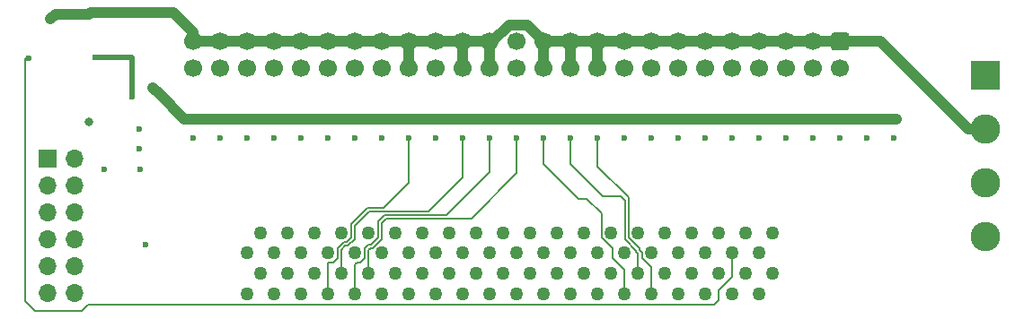
<source format=gbr>
%TF.GenerationSoftware,KiCad,Pcbnew,(5.1.7)-1*%
%TF.CreationDate,2021-02-10T19:53:02+00:00*%
%TF.ProjectId,SCSI to SCA MK5.1,53435349-2074-46f2-9053-4341204d4b35,rev?*%
%TF.SameCoordinates,Original*%
%TF.FileFunction,Copper,L3,Inr*%
%TF.FilePolarity,Positive*%
%FSLAX46Y46*%
G04 Gerber Fmt 4.6, Leading zero omitted, Abs format (unit mm)*
G04 Created by KiCad (PCBNEW (5.1.7)-1) date 2021-02-10 19:53:02*
%MOMM*%
%LPD*%
G01*
G04 APERTURE LIST*
%TA.AperFunction,ComponentPad*%
%ADD10O,1.700000X1.700000*%
%TD*%
%TA.AperFunction,ComponentPad*%
%ADD11R,1.700000X1.700000*%
%TD*%
%TA.AperFunction,ComponentPad*%
%ADD12C,1.700000*%
%TD*%
%TA.AperFunction,ComponentPad*%
%ADD13C,2.780000*%
%TD*%
%TA.AperFunction,ComponentPad*%
%ADD14R,2.780000X2.780000*%
%TD*%
%TA.AperFunction,ComponentPad*%
%ADD15C,1.270000*%
%TD*%
%TA.AperFunction,ViaPad*%
%ADD16C,0.800000*%
%TD*%
%TA.AperFunction,ViaPad*%
%ADD17C,0.600000*%
%TD*%
%TA.AperFunction,Conductor*%
%ADD18C,1.000000*%
%TD*%
%TA.AperFunction,Conductor*%
%ADD19C,0.500000*%
%TD*%
%TA.AperFunction,Conductor*%
%ADD20C,0.127000*%
%TD*%
G04 APERTURE END LIST*
D10*
%TO.N,GND*%
%TO.C,J2*%
X35179000Y-147637500D03*
%TO.N,/ID2*%
X32639000Y-147637500D03*
%TO.N,GND*%
X35179000Y-145097500D03*
%TO.N,/ID1*%
X32639000Y-145097500D03*
%TO.N,GND*%
X35179000Y-142557500D03*
%TO.N,/ID0*%
X32639000Y-142557500D03*
%TO.N,Net-(J2-Pad6)*%
X35179000Y-140017500D03*
%TO.N,/LED_T*%
X32639000Y-140017500D03*
%TO.N,/TERMPWR_8BIT*%
X35179000Y-137477500D03*
%TO.N,/TERMPWR_REG*%
X32639000Y-137477500D03*
%TO.N,/TERMPWR*%
X35179000Y-134937500D03*
D11*
%TO.N,Net-(F1-Pad2)*%
X32639000Y-134937500D03*
%TD*%
D12*
%TO.N,/I-O*%
%TO.C,J4*%
X46355000Y-126365000D03*
%TO.N,/REQ*%
X48895000Y-126365000D03*
%TO.N,/C-D*%
X51435000Y-126365000D03*
%TO.N,/SEL*%
X53975000Y-126365000D03*
%TO.N,/MSG*%
X56515000Y-126365000D03*
%TO.N,/RST*%
X59055000Y-126365000D03*
%TO.N,/ACK*%
X61595000Y-126365000D03*
%TO.N,/BSY*%
X64135000Y-126365000D03*
%TO.N,GND*%
X66675000Y-126365000D03*
%TO.N,/ATN*%
X69215000Y-126365000D03*
%TO.N,GND*%
X71755000Y-126365000D03*
X74295000Y-126365000D03*
%TO.N,Net-(J4-Pad26)*%
X76835000Y-126365000D03*
%TO.N,GND*%
X79375000Y-126365000D03*
X81915000Y-126365000D03*
X84455000Y-126365000D03*
%TO.N,/PARITY*%
X86995000Y-126365000D03*
%TO.N,/DB7*%
X89535000Y-126365000D03*
%TO.N,/DB6*%
X92075000Y-126365000D03*
%TO.N,/DB5*%
X94615000Y-126365000D03*
%TO.N,/DB4*%
X97155000Y-126365000D03*
%TO.N,/DB3*%
X99695000Y-126365000D03*
%TO.N,/DB2*%
X102235000Y-126365000D03*
%TO.N,/DB1*%
X104775000Y-126365000D03*
%TO.N,/DB0*%
X107315000Y-126365000D03*
%TO.N,GND*%
X46355000Y-123825000D03*
X48895000Y-123825000D03*
X51435000Y-123825000D03*
X53975000Y-123825000D03*
X56515000Y-123825000D03*
X59055000Y-123825000D03*
X61595000Y-123825000D03*
X64135000Y-123825000D03*
X66675000Y-123825000D03*
X69215000Y-123825000D03*
X71755000Y-123825000D03*
X74295000Y-123825000D03*
%TO.N,Net-(J4-Pad25)*%
X76835000Y-123825000D03*
%TO.N,GND*%
X79375000Y-123825000D03*
X81915000Y-123825000D03*
X84455000Y-123825000D03*
X86995000Y-123825000D03*
X89535000Y-123825000D03*
X92075000Y-123825000D03*
X94615000Y-123825000D03*
X97155000Y-123825000D03*
X99695000Y-123825000D03*
X102235000Y-123825000D03*
X104775000Y-123825000D03*
%TA.AperFunction,ComponentPad*%
G36*
G01*
X106715000Y-122975000D02*
X107915000Y-122975000D01*
G75*
G02*
X108165000Y-123225000I0J-250000D01*
G01*
X108165000Y-124425000D01*
G75*
G02*
X107915000Y-124675000I-250000J0D01*
G01*
X106715000Y-124675000D01*
G75*
G02*
X106465000Y-124425000I0J250000D01*
G01*
X106465000Y-123225000D01*
G75*
G02*
X106715000Y-122975000I250000J0D01*
G01*
G37*
%TD.AperFunction*%
%TD*%
D13*
%TO.N,+5V*%
%TO.C,J3*%
X121000000Y-142240000D03*
%TO.N,GND*%
X121000000Y-137160000D03*
X121000000Y-132080000D03*
D14*
%TO.N,+12V*%
X121000000Y-127000000D03*
%TD*%
D15*
%TO.N,GND*%
%TO.C,J1*%
X51435000Y-143823000D03*
X52705000Y-141913000D03*
X53975000Y-143823000D03*
X55245000Y-141913000D03*
%TO.N,Net-(J1-Pad45)*%
X56515000Y-143823000D03*
%TO.N,GND*%
X57785000Y-141913000D03*
X59055000Y-143823000D03*
X60325000Y-141913000D03*
X61595000Y-143823000D03*
X62865000Y-141913000D03*
X64135000Y-143823000D03*
X65405000Y-141913000D03*
X66675000Y-143823000D03*
X67945000Y-141913000D03*
X69215000Y-143823000D03*
X70485000Y-141913000D03*
X71755000Y-143823000D03*
X73025000Y-141913000D03*
X74295000Y-143823000D03*
X75565000Y-141913000D03*
X76835000Y-143823000D03*
X78105000Y-141913000D03*
X79375000Y-143823000D03*
X80645000Y-141913000D03*
X81915000Y-143823000D03*
X83185000Y-141913000D03*
X84455000Y-143823000D03*
X85725000Y-141913000D03*
X86995000Y-143823000D03*
X88265000Y-141913000D03*
X89535000Y-143823000D03*
X90805000Y-141913000D03*
X92075000Y-143823000D03*
X93345000Y-141913000D03*
X94615000Y-143823000D03*
X95885000Y-141913000D03*
%TO.N,/LED*%
X97155000Y-143823000D03*
%TO.N,Net-(J1-Pad78)*%
X98425000Y-141913000D03*
%TO.N,/ID1*%
X99695000Y-143823000D03*
%TO.N,Net-(J1-Pad80)*%
X100965000Y-141913000D03*
%TO.N,+12V*%
X51435000Y-147643000D03*
X52705000Y-145733000D03*
X53975000Y-147643000D03*
X55245000Y-145733000D03*
%TO.N,Net-(J1-Pad5)*%
X56515000Y-147643000D03*
%TO.N,Net-(J1-Pad6)*%
X57785000Y-145733000D03*
%TO.N,/DB11*%
X59055000Y-147643000D03*
%TO.N,/DB10*%
X60325000Y-145733000D03*
%TO.N,/DB9*%
X61595000Y-147643000D03*
%TO.N,/DB8*%
X62865000Y-145733000D03*
%TO.N,/I-O*%
X64135000Y-147643000D03*
%TO.N,/REQ*%
X65405000Y-145733000D03*
%TO.N,/C-D*%
X66675000Y-147643000D03*
%TO.N,/SEL*%
X67945000Y-145733000D03*
%TO.N,/MSG*%
X69215000Y-147643000D03*
%TO.N,/RST*%
X70485000Y-145733000D03*
%TO.N,/ACK*%
X71755000Y-147643000D03*
%TO.N,/BSY*%
X73025000Y-145733000D03*
%TO.N,/ATN*%
X74295000Y-147643000D03*
%TO.N,/PARITY*%
X75565000Y-145733000D03*
%TO.N,/DB7*%
X76835000Y-147643000D03*
%TO.N,/DB6*%
X78105000Y-145733000D03*
%TO.N,/DB5*%
X79375000Y-147643000D03*
%TO.N,/DB4*%
X80645000Y-145733000D03*
%TO.N,/DB3*%
X81915000Y-147643000D03*
%TO.N,/DB2*%
X83185000Y-145733000D03*
%TO.N,/DB1*%
X84455000Y-147643000D03*
%TO.N,/DB0*%
X85725000Y-145733000D03*
%TO.N,/DBP1*%
X86995000Y-147643000D03*
%TO.N,/DB15*%
X88265000Y-145733000D03*
%TO.N,/DB14*%
X89535000Y-147643000D03*
%TO.N,/DB13*%
X90805000Y-145733000D03*
%TO.N,/DB12*%
X92075000Y-147643000D03*
%TO.N,+5V*%
X93345000Y-145733000D03*
X94615000Y-147643000D03*
%TO.N,Net-(J1-Pad36)*%
X95885000Y-145733000D03*
%TO.N,Net-(J1-Pad37)*%
X97155000Y-147643000D03*
%TO.N,Net-(J1-Pad38)*%
X98425000Y-145733000D03*
%TO.N,/ID0*%
X99695000Y-147643000D03*
%TO.N,/ID2*%
X100965000Y-145733000D03*
%TD*%
D16*
%TO.N,GND*%
X36512500Y-131445000D03*
X32893000Y-121729500D03*
X34295000Y-121285000D03*
D17*
X37958760Y-135891000D03*
%TO.N,/TERMPWR_REG*%
X66673100Y-131167500D03*
X71753100Y-131167500D03*
X74293100Y-131167500D03*
X76833100Y-131167500D03*
X79373100Y-131167500D03*
X81913100Y-131167500D03*
X84453100Y-131167500D03*
X109853100Y-131167500D03*
X112395000Y-131165600D03*
D16*
X42561510Y-128223010D03*
X43159680Y-128833880D03*
D17*
%TO.N,Net-(D1-Pad2)*%
X40576500Y-129095500D03*
X37124640Y-125308360D03*
%TO.N,Net-(D1-Pad1)*%
X41275000Y-132080000D03*
%TO.N,Net-(D2-Pad2)*%
X41275000Y-133985000D03*
%TO.N,/LED*%
X30797500Y-125412500D03*
%TO.N,+12V*%
X41846500Y-143002000D03*
%TO.N,/DB11*%
X66675000Y-132969000D03*
%TO.N,/DB10*%
X71755000Y-132969000D03*
%TO.N,/DB9*%
X74295000Y-132969000D03*
%TO.N,/DB8*%
X76835000Y-132969000D03*
%TO.N,/I-O*%
X46355000Y-132969000D03*
%TO.N,/REQ*%
X48895000Y-132969000D03*
%TO.N,/C-D*%
X51435000Y-132969000D03*
%TO.N,/SEL*%
X53975000Y-132969000D03*
%TO.N,/MSG*%
X56515000Y-132969000D03*
%TO.N,/RST*%
X59055000Y-132969000D03*
%TO.N,/ACK*%
X61595000Y-132969000D03*
%TO.N,/BSY*%
X64135000Y-132969000D03*
%TO.N,/ATN*%
X69215000Y-132969000D03*
%TO.N,/PARITY*%
X86995000Y-132969000D03*
%TO.N,/DB7*%
X89535000Y-132969000D03*
%TO.N,/DB6*%
X92075000Y-132969000D03*
%TO.N,/DB5*%
X94615000Y-132969000D03*
%TO.N,/DB4*%
X97155000Y-132969000D03*
%TO.N,/DB3*%
X99695000Y-132969000D03*
%TO.N,/DB2*%
X102235000Y-132969000D03*
%TO.N,/DB1*%
X104775000Y-132969000D03*
%TO.N,/DB0*%
X107315000Y-132969000D03*
%TO.N,/DBP1*%
X79375000Y-132969000D03*
%TO.N,/DB15*%
X81915000Y-132969000D03*
%TO.N,/DB14*%
X84455000Y-132969000D03*
%TO.N,/DB13*%
X109855000Y-132969000D03*
%TO.N,/DB12*%
X112395000Y-132969000D03*
%TO.N,Net-(D3-Pad2)*%
X41338500Y-135890000D03*
%TD*%
D18*
%TO.N,GND*%
X121000000Y-132080000D02*
X119380000Y-132080000D01*
X111125000Y-123825000D02*
X107315000Y-123825000D01*
X119380000Y-132080000D02*
X111125000Y-123825000D01*
X107315000Y-123825000D02*
X79375000Y-123825000D01*
X84455000Y-126365000D02*
X84455000Y-123825000D01*
X81915000Y-126365000D02*
X81915000Y-123825000D01*
X79375000Y-126365000D02*
X79375000Y-123825000D01*
X77824999Y-122274999D02*
X76099001Y-122274999D01*
X79375000Y-123825000D02*
X77824999Y-122274999D01*
X74549000Y-123825000D02*
X74295000Y-123825000D01*
X76099001Y-122274999D02*
X74549000Y-123825000D01*
X74295000Y-123825000D02*
X46355000Y-123825000D01*
X66675000Y-126365000D02*
X66675000Y-123825000D01*
X71755000Y-126365000D02*
X71755000Y-123825000D01*
X74295000Y-126365000D02*
X74295000Y-123825000D01*
X36703000Y-121094500D02*
X36512500Y-121285000D01*
X36512500Y-121285000D02*
X34295000Y-121285000D01*
X44450000Y-121094500D02*
X36703000Y-121094500D01*
X46355000Y-122999500D02*
X44450000Y-121094500D01*
X46355000Y-123825000D02*
X46355000Y-122999500D01*
X33337500Y-121285000D02*
X32893000Y-121729500D01*
X34295000Y-121285000D02*
X33337500Y-121285000D01*
%TO.N,/TERMPWR_REG*%
X112073502Y-131167500D02*
X112075402Y-131165600D01*
X67813090Y-131167500D02*
X71753100Y-131167500D01*
X112075402Y-131165600D02*
X112395000Y-131165600D01*
X67813090Y-131167500D02*
X66673100Y-131167500D01*
X66673100Y-131167500D02*
X66397500Y-131167500D01*
X71753100Y-131167500D02*
X74293100Y-131167500D01*
X74293100Y-131167500D02*
X76833100Y-131167500D01*
X76833100Y-131167500D02*
X79373100Y-131167500D01*
X79373100Y-131167500D02*
X81913100Y-131167500D01*
X81913100Y-131167500D02*
X84453100Y-131167500D01*
X84453100Y-131167500D02*
X109853100Y-131167500D01*
X109853100Y-131167500D02*
X112073502Y-131167500D01*
X112395000Y-131165600D02*
X112598200Y-131165600D01*
X66673100Y-131167500D02*
X45493300Y-131167500D01*
X45493300Y-131167500D02*
X43159680Y-128833880D01*
X43159680Y-128833880D02*
X42545000Y-128219200D01*
D19*
%TO.N,Net-(D1-Pad2)*%
X37124640Y-125308360D02*
X40513000Y-125308360D01*
X40513000Y-125308360D02*
X40576500Y-125371860D01*
X40576500Y-125371860D02*
X40576500Y-129095500D01*
D20*
%TO.N,/LED*%
X31414720Y-149270720D02*
X30480000Y-148336000D01*
X35854640Y-149270720D02*
X31414720Y-149270720D01*
X36408360Y-148717000D02*
X35854640Y-149270720D01*
X95440500Y-148717000D02*
X36408360Y-148717000D01*
X30480000Y-148336000D02*
X30480000Y-125412500D01*
X95885000Y-147320000D02*
X95885000Y-148272500D01*
X95885000Y-148272500D02*
X95440500Y-148717000D01*
X97155000Y-146050000D02*
X95885000Y-147320000D01*
X30480000Y-125412500D02*
X30797500Y-125412500D01*
X97155000Y-143823000D02*
X97155000Y-146050000D01*
%TO.N,/DB11*%
X66675000Y-132969000D02*
X66675000Y-137160000D01*
X66675000Y-137160000D02*
X64262000Y-139573000D01*
X64262000Y-139573000D02*
X62738000Y-139573000D01*
X62738000Y-139573000D02*
X61214000Y-141097000D01*
X61223501Y-142344281D02*
X60756281Y-142811501D01*
X61223501Y-141481719D02*
X61223501Y-142344281D01*
X61214000Y-141472218D02*
X61223501Y-141481719D01*
X61214000Y-141097000D02*
X61214000Y-141472218D01*
X60533719Y-142811501D02*
X59953501Y-143391719D01*
X60756281Y-142811501D02*
X60533719Y-142811501D01*
X59953501Y-144254281D02*
X59486281Y-144721501D01*
X59953501Y-143391719D02*
X59953501Y-144254281D01*
X59486281Y-144721501D02*
X59055000Y-144721501D01*
X59055000Y-144721501D02*
X59055000Y-147643000D01*
%TO.N,/DB10*%
X60669169Y-143138511D02*
X60280511Y-143527169D01*
X61550511Y-142479732D02*
X60891732Y-143138511D01*
X61550511Y-141222949D02*
X61550511Y-142479732D01*
X60280511Y-143527169D02*
X60280511Y-145688511D01*
X62873450Y-139900010D02*
X61550511Y-141222949D01*
X68506990Y-139900010D02*
X62873450Y-139900010D01*
X60891732Y-143138511D02*
X60669169Y-143138511D01*
X71755000Y-136652000D02*
X68506990Y-139900010D01*
X60280511Y-145688511D02*
X60325000Y-145733000D01*
X71755000Y-132969000D02*
X71755000Y-136652000D01*
%TO.N,/DB9*%
X74295000Y-132969000D02*
X74295000Y-136144000D01*
X74295000Y-136144000D02*
X70211980Y-140227020D01*
X70211980Y-140227020D02*
X64369980Y-140227020D01*
X64369980Y-140227020D02*
X63763501Y-140833499D01*
X63763501Y-142344281D02*
X63105782Y-143002000D01*
X63763501Y-140833499D02*
X63763501Y-142344281D01*
X63105782Y-143002000D02*
X62865000Y-143002000D01*
X62484391Y-143382609D02*
X62493501Y-143391719D01*
X62865000Y-143002000D02*
X62484391Y-143382609D01*
X62493501Y-144254281D02*
X62026281Y-144721501D01*
X62493501Y-143391719D02*
X62493501Y-144254281D01*
X62026281Y-144721501D02*
X61780499Y-144721501D01*
X61595000Y-144907000D02*
X61595000Y-147643000D01*
X61780499Y-144721501D02*
X61595000Y-144907000D01*
%TO.N,/DB8*%
X62820511Y-145688511D02*
X62865000Y-145733000D01*
X62820511Y-143554489D02*
X62820511Y-145688511D01*
X63045990Y-143329010D02*
X62820511Y-143554489D01*
X63241233Y-143329010D02*
X63045990Y-143329010D01*
X64090511Y-142479732D02*
X63241233Y-143329010D01*
X64090511Y-140968949D02*
X64090511Y-142479732D01*
X64505430Y-140554030D02*
X64090511Y-140968949D01*
X72551970Y-140554030D02*
X64505430Y-140554030D01*
X76835000Y-136271000D02*
X72551970Y-140554030D01*
X76835000Y-132969000D02*
X76835000Y-136271000D01*
%TO.N,/DBP1*%
X79375000Y-132969000D02*
X79375000Y-135382000D01*
X82677000Y-138684000D02*
X83439000Y-138684000D01*
X79375000Y-135382000D02*
X82677000Y-138684000D01*
X84826499Y-140071499D02*
X84826499Y-142357499D01*
X83439000Y-138684000D02*
X84826499Y-140071499D01*
X84826499Y-142357499D02*
X85852000Y-143383000D01*
X85852000Y-143383000D02*
X85852000Y-144272000D01*
X86995000Y-145415000D02*
X86995000Y-147643000D01*
X85852000Y-144272000D02*
X86995000Y-145415000D01*
%TO.N,/DB15*%
X81915000Y-132969000D02*
X81915000Y-135382000D01*
X81915000Y-135382000D02*
X84963000Y-138430000D01*
X86614000Y-138430000D02*
X87039489Y-138855489D01*
X84963000Y-138430000D02*
X86614000Y-138430000D01*
X88078208Y-143576426D02*
X88078208Y-143704208D01*
X87039489Y-142537707D02*
X88078208Y-143576426D01*
X87039489Y-138855489D02*
X87039489Y-142537707D01*
X88265000Y-143891000D02*
X88265000Y-145733000D01*
X88078208Y-143704208D02*
X88265000Y-143891000D01*
%TO.N,/DB14*%
X84455000Y-132969000D02*
X84455000Y-135636000D01*
X84455000Y-135636000D02*
X87366499Y-138547499D01*
X87366499Y-142344281D02*
X88405218Y-143383000D01*
X87366499Y-138547499D02*
X87366499Y-142344281D01*
X88636499Y-143754499D02*
X88636499Y-144262499D01*
X88405218Y-143523218D02*
X88636499Y-143754499D01*
X88405218Y-143383000D02*
X88405218Y-143523218D01*
X89535000Y-145161000D02*
X89535000Y-147643000D01*
X88636499Y-144262499D02*
X89535000Y-145161000D01*
%TD*%
M02*

</source>
